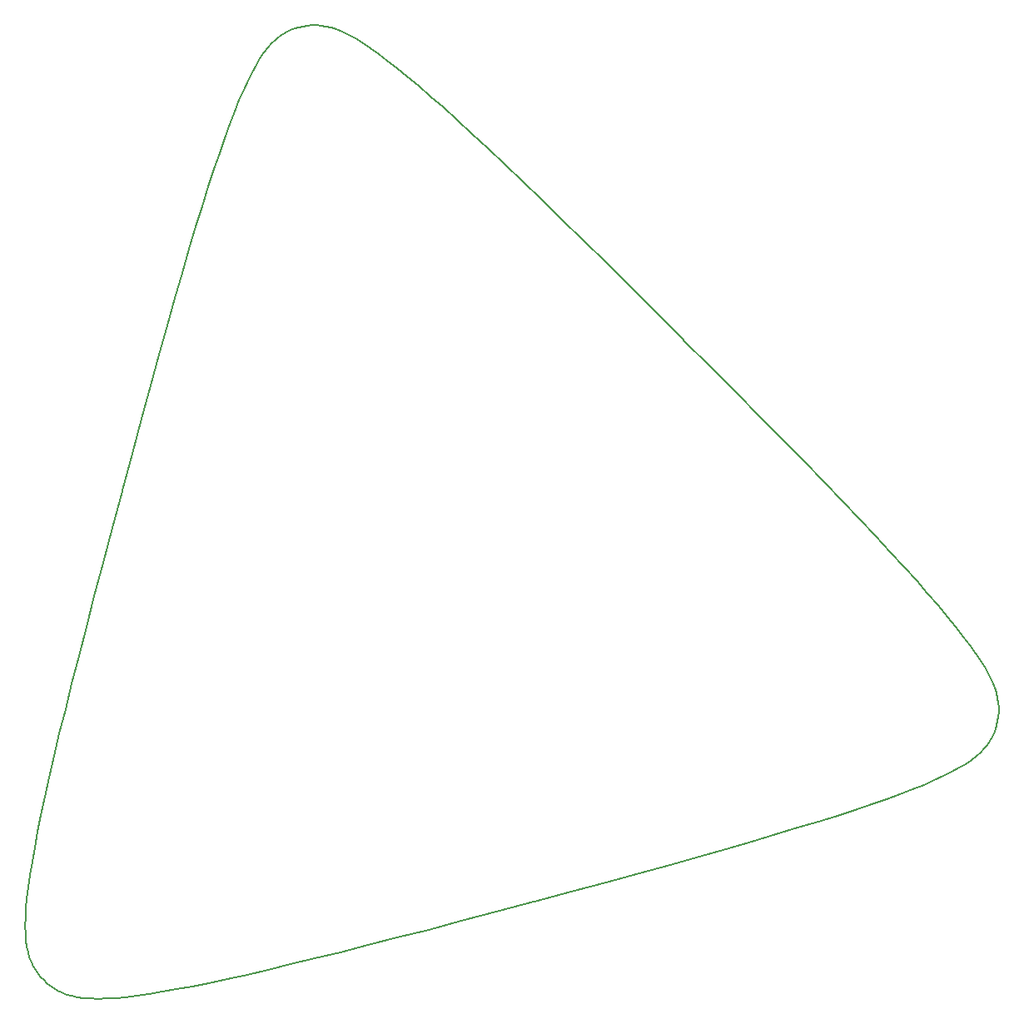
<source format=gbr>
G04 #@! TF.GenerationSoftware,KiCad,Pcbnew,5.1.10*
G04 #@! TF.CreationDate,2021-09-12T20:50:09+02:00*
G04 #@! TF.ProjectId,remote_board,72656d6f-7465-45f6-926f-6172642e6b69,rev?*
G04 #@! TF.SameCoordinates,Original*
G04 #@! TF.FileFunction,Profile,NP*
%FSLAX46Y46*%
G04 Gerber Fmt 4.6, Leading zero omitted, Abs format (unit mm)*
G04 Created by KiCad (PCBNEW 5.1.10) date 2021-09-12 20:50:09*
%MOMM*%
%LPD*%
G01*
G04 APERTURE LIST*
G04 #@! TA.AperFunction,Profile*
%ADD10C,0.200000*%
G04 #@! TD*
G04 APERTURE END LIST*
D10*
X168220943Y-83237337D02*
X168187361Y-83203917D01*
X129089097Y-51430217D02*
X129088568Y-51430343D01*
X168221472Y-83237456D02*
X168220943Y-83237337D01*
X152916200Y-140356090D02*
X153042473Y-140321160D01*
X168187361Y-83203917D02*
X165437387Y-80458644D01*
X165437387Y-80458644D02*
X162833373Y-77868850D01*
X162833373Y-77868850D02*
X160370581Y-75430292D01*
X160370581Y-75430292D02*
X158044275Y-73138728D01*
X158044275Y-73138728D02*
X155849718Y-70989915D01*
X155849718Y-70989915D02*
X153782174Y-68979611D01*
X153782174Y-68979611D02*
X151836904Y-67103573D01*
X151836904Y-67103573D02*
X150009172Y-65357560D01*
X150009172Y-65357560D02*
X148294241Y-63737329D01*
X148294241Y-63737329D02*
X146687375Y-62238637D01*
X146687375Y-62238637D02*
X145183837Y-60857241D01*
X145183837Y-60857241D02*
X143778888Y-59588900D01*
X143778888Y-59588900D02*
X142467794Y-58429372D01*
X142467794Y-58429372D02*
X141245816Y-57374413D01*
X141245816Y-57374413D02*
X140108218Y-56419781D01*
X140108218Y-56419781D02*
X139050263Y-55561234D01*
X139050263Y-55561234D02*
X138067213Y-54794529D01*
X138067213Y-54794529D02*
X137154333Y-54115425D01*
X137154333Y-54115425D02*
X136306885Y-53519678D01*
X136306885Y-53519678D02*
X135520133Y-53003046D01*
X135520133Y-53003046D02*
X134789338Y-52561288D01*
X134789338Y-52561288D02*
X134109765Y-52190159D01*
X134109765Y-52190159D02*
X133476677Y-51885419D01*
X133476677Y-51885419D02*
X132885336Y-51642824D01*
X132885336Y-51642824D02*
X132331006Y-51458132D01*
X132331006Y-51458132D02*
X131808950Y-51327101D01*
X131808950Y-51327101D02*
X131314431Y-51245489D01*
X131314431Y-51245489D02*
X130842712Y-51209052D01*
X130842712Y-51209052D02*
X130389055Y-51213549D01*
X130389055Y-51213549D02*
X129948725Y-51254737D01*
X129948725Y-51254737D02*
X129516985Y-51328373D01*
X129516985Y-51328373D02*
X129089097Y-51430217D01*
X153042473Y-140321160D02*
X156787530Y-139314082D01*
X156787530Y-139314082D02*
X160325435Y-138355546D01*
X160325435Y-138355546D02*
X163662215Y-137443577D01*
X163662215Y-137443577D02*
X166803896Y-136576197D01*
X166803896Y-136576197D02*
X169756504Y-135751430D01*
X169756504Y-135751430D02*
X172526065Y-134967301D01*
X172526065Y-134967301D02*
X175118607Y-134221833D01*
X175118607Y-134221833D02*
X177540156Y-133513050D01*
X177540156Y-133513050D02*
X179796738Y-132838975D01*
X179796738Y-132838975D02*
X181894379Y-132197633D01*
X181894379Y-132197633D02*
X183839107Y-131587047D01*
X183839107Y-131587047D02*
X185636947Y-131005241D01*
X185636947Y-131005241D02*
X187293926Y-130450238D01*
X187293926Y-130450238D02*
X188816071Y-129920063D01*
X188816071Y-129920063D02*
X190209408Y-129412739D01*
X190209408Y-129412739D02*
X191479963Y-128926291D01*
X191479963Y-128926291D02*
X192633764Y-128458741D01*
X192633764Y-128458741D02*
X193676835Y-128008113D01*
X193676835Y-128008113D02*
X194615205Y-127572432D01*
X194615205Y-127572432D02*
X195454899Y-127149721D01*
X195454899Y-127149721D02*
X196201944Y-126738004D01*
X196201944Y-126738004D02*
X196862366Y-126335304D01*
X196862366Y-126335304D02*
X197442191Y-125939646D01*
X197442191Y-125939646D02*
X197947447Y-125549053D01*
X197947447Y-125549053D02*
X198384160Y-125161549D01*
X198384160Y-125161549D02*
X198758356Y-124775157D01*
X198758356Y-124775157D02*
X199076061Y-124387902D01*
X199076061Y-124387902D02*
X199343303Y-123997808D01*
X199343303Y-123997808D02*
X199566107Y-123602897D01*
X199566107Y-123602897D02*
X199750500Y-123201194D01*
X199750500Y-123201194D02*
X199902509Y-122790723D01*
X199902509Y-122790723D02*
X200028160Y-122369508D01*
X129088568Y-51430343D02*
X129088605Y-51430348D01*
X111102473Y-98541947D02*
X111102600Y-98542476D01*
X129088605Y-51430348D02*
X128666924Y-51556113D01*
X128666924Y-51556113D02*
X128256029Y-51708221D01*
X128256029Y-51708221D02*
X127853935Y-51892726D01*
X127853935Y-51892726D02*
X127458658Y-52115678D01*
X127458658Y-52115678D02*
X127068213Y-52383132D01*
X127068213Y-52383132D02*
X126680617Y-52701139D01*
X126680617Y-52701139D02*
X126293885Y-53075753D01*
X126293885Y-53075753D02*
X125906033Y-53513025D01*
X125906033Y-53513025D02*
X125515077Y-54019009D01*
X125515077Y-54019009D02*
X125119031Y-54599757D01*
X125119031Y-54599757D02*
X124715913Y-55261321D01*
X124715913Y-55261321D02*
X124303738Y-56009755D01*
X124303738Y-56009755D02*
X123880521Y-56851110D01*
X123880521Y-56851110D02*
X123444279Y-57791440D01*
X123444279Y-57791440D02*
X122993026Y-58836796D01*
X122993026Y-58836796D02*
X122524780Y-59993232D01*
X122524780Y-59993232D02*
X122037555Y-61266801D01*
X122037555Y-61266801D02*
X121529367Y-62663554D01*
X121529367Y-62663554D02*
X120998232Y-64189544D01*
X120998232Y-64189544D02*
X120442167Y-65850824D01*
X120442167Y-65850824D02*
X119859185Y-67653447D01*
X119859185Y-67653447D02*
X119247304Y-69603465D01*
X119247304Y-69603465D02*
X118604539Y-71706931D01*
X118604539Y-71706931D02*
X117928906Y-73969897D01*
X117928906Y-73969897D02*
X117218420Y-76398415D01*
X117218420Y-76398415D02*
X116471098Y-78998540D01*
X116471098Y-78998540D02*
X115684954Y-81776322D01*
X115684954Y-81776322D02*
X114858005Y-84737815D01*
X114858005Y-84737815D02*
X113988267Y-87889072D01*
X113988267Y-87889072D02*
X113073755Y-91236144D01*
X113073755Y-91236144D02*
X112112485Y-94785085D01*
X112112485Y-94785085D02*
X111102473Y-98541947D01*
X200028160Y-122369508D02*
X200130085Y-121941439D01*
X200130085Y-121941439D02*
X200203804Y-121509541D01*
X200203804Y-121509541D02*
X200245067Y-121069068D01*
X200245067Y-121069068D02*
X200249625Y-120615275D01*
X200249625Y-120615275D02*
X200213228Y-120143418D01*
X200213228Y-120143418D02*
X200131626Y-119648751D01*
X200131626Y-119648751D02*
X200000570Y-119126531D01*
X200000570Y-119126531D02*
X199815811Y-118572011D01*
X199815811Y-118572011D02*
X199573098Y-117980448D01*
X199573098Y-117980448D02*
X199268182Y-117347097D01*
X199268182Y-117347097D02*
X198896813Y-116667212D01*
X198896813Y-116667212D02*
X198454743Y-115936050D01*
X198454743Y-115936050D02*
X197937720Y-115148864D01*
X197937720Y-115148864D02*
X197341496Y-114300912D01*
X197341496Y-114300912D02*
X196661821Y-113387446D01*
X196661821Y-113387446D02*
X195894446Y-112403724D01*
X195894446Y-112403724D02*
X195035120Y-111345000D01*
X195035120Y-111345000D02*
X194079594Y-110206529D01*
X194079594Y-110206529D02*
X193023619Y-108983567D01*
X193023619Y-108983567D02*
X191862945Y-107671368D01*
X191862945Y-107671368D02*
X190593322Y-106265189D01*
X190593322Y-106265189D02*
X189210501Y-104760283D01*
X189210501Y-104760283D02*
X187710232Y-103151907D01*
X187710232Y-103151907D02*
X186088265Y-101435316D01*
X186088265Y-101435316D02*
X184340352Y-99605764D01*
X184340352Y-99605764D02*
X182462242Y-97658508D01*
X182462242Y-97658508D02*
X180449685Y-95588801D01*
X180449685Y-95588801D02*
X178298433Y-93391900D01*
X178298433Y-93391900D02*
X176004235Y-91063060D01*
X176004235Y-91063060D02*
X173562842Y-88597536D01*
X173562842Y-88597536D02*
X170970004Y-85990582D01*
X170970004Y-85990582D02*
X168221472Y-83237456D01*
X111102600Y-98542476D02*
X111085995Y-98605579D01*
X111085995Y-98605579D02*
X110083946Y-102358278D01*
X110083946Y-102358278D02*
X109143540Y-105906924D01*
X109143540Y-105906924D02*
X108263472Y-109257737D01*
X108263472Y-109257737D02*
X107442437Y-112416936D01*
X107442437Y-112416936D02*
X106679129Y-115390743D01*
X106679129Y-115390743D02*
X105972245Y-118185379D01*
X105972245Y-118185379D02*
X105320479Y-120807063D01*
X105320479Y-120807063D02*
X104722527Y-123262017D01*
X104722527Y-123262017D02*
X104177083Y-125556460D01*
X104177083Y-125556460D02*
X103682843Y-127696615D01*
X103682843Y-127696615D02*
X103238503Y-129688700D01*
X103238503Y-129688700D02*
X102842757Y-131538937D01*
X102842757Y-131538937D02*
X102494300Y-133253546D01*
X102494300Y-133253546D02*
X102191828Y-134838748D01*
X102191828Y-134838748D02*
X101934036Y-136300764D01*
X101934036Y-136300764D02*
X101719619Y-137645813D01*
X101719619Y-137645813D02*
X101547272Y-138880117D01*
X101547272Y-138880117D02*
X101415691Y-140009896D01*
X101415691Y-140009896D02*
X101323570Y-141041371D01*
X101323570Y-141041371D02*
X101269606Y-141980762D01*
X101269606Y-141980762D02*
X101252492Y-142834289D01*
X101252492Y-142834289D02*
X101270925Y-143608174D01*
X101270925Y-143608174D02*
X101323599Y-144308637D01*
X101323599Y-144308637D02*
X101409210Y-144941899D01*
X101409210Y-144941899D02*
X101526452Y-145514180D01*
X101526452Y-145514180D02*
X101674022Y-146031700D01*
X101674022Y-146031700D02*
X101850614Y-146500680D01*
X101850614Y-146500680D02*
X102054923Y-146927341D01*
X102054923Y-146927341D02*
X102285645Y-147317904D01*
X102285645Y-147317904D02*
X102541475Y-147678588D01*
X102541475Y-147678588D02*
X102821108Y-148015615D01*
X102821108Y-148015615D02*
X103123239Y-148335206D01*
X103123239Y-148335206D02*
X103123365Y-148335735D01*
X103123365Y-148335735D02*
X103124000Y-148336000D01*
X103124000Y-148336000D02*
X103443767Y-148638225D01*
X103443767Y-148638225D02*
X103780968Y-148917940D01*
X103780968Y-148917940D02*
X104141836Y-149173836D01*
X104141836Y-149173836D02*
X104532603Y-149404608D01*
X104532603Y-149404608D02*
X104959501Y-149608945D01*
X104959501Y-149608945D02*
X105428763Y-149785542D01*
X105428763Y-149785542D02*
X105946620Y-149933091D01*
X105946620Y-149933091D02*
X106519306Y-150050283D01*
X106519306Y-150050283D02*
X107153052Y-150135811D01*
X107153052Y-150135811D02*
X107854091Y-150188367D01*
X107854091Y-150188367D02*
X108628655Y-150206644D01*
X108628655Y-150206644D02*
X109482977Y-150189334D01*
X109482977Y-150189334D02*
X110423288Y-150135130D01*
X110423288Y-150135130D02*
X111455821Y-150042723D01*
X111455821Y-150042723D02*
X112586808Y-149910807D01*
X112586808Y-149910807D02*
X113822482Y-149738073D01*
X113822482Y-149738073D02*
X115169075Y-149523213D01*
X115169075Y-149523213D02*
X116632818Y-149264921D01*
X116632818Y-149264921D02*
X118219946Y-148961889D01*
X118219946Y-148961889D02*
X119936689Y-148612808D01*
X119936689Y-148612808D02*
X121789281Y-148216371D01*
X121789281Y-148216371D02*
X123783952Y-147771271D01*
X123783952Y-147771271D02*
X125926937Y-147276199D01*
X125926937Y-147276199D02*
X128224466Y-146729849D01*
X128224466Y-146729849D02*
X130682773Y-146130912D01*
X130682773Y-146130912D02*
X133308090Y-145478081D01*
X133308090Y-145478081D02*
X136106648Y-144770048D01*
X136106648Y-144770048D02*
X139084681Y-144005506D01*
X139084681Y-144005506D02*
X142248420Y-143183147D01*
X142248420Y-143183147D02*
X145604098Y-142301663D01*
X145604098Y-142301663D02*
X149157947Y-141359746D01*
X149157947Y-141359746D02*
X152916200Y-140356090D01*
M02*

</source>
